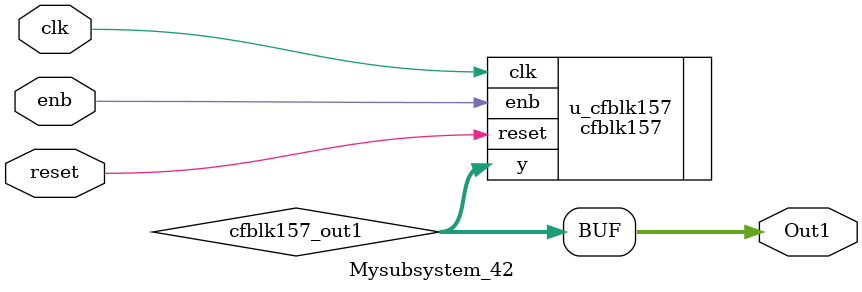
<source format=v>



`timescale 1 ns / 1 ns

module Mysubsystem_42
          (clk,
           reset,
           enb,
           Out1);


  input   clk;
  input   reset;
  input   enb;
  output  [7:0] Out1;  // uint8


  wire [7:0] cfblk157_out1;  // uint8


  cfblk157 u_cfblk157 (.clk(clk),
                       .reset(reset),
                       .enb(enb),
                       .y(cfblk157_out1)  // uint8
                       );

  assign Out1 = cfblk157_out1;

endmodule  // Mysubsystem_42


</source>
